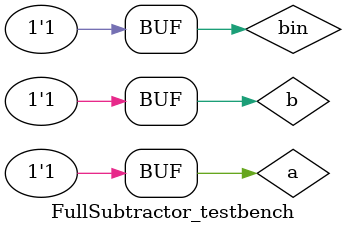
<source format=v>
`timescale 1ns / 1ps


module FullSubtractor_testbench;
reg a,b,bin;
wire diff,bout;
FullSubtractor_design uut(a,b,bin,diff,bout);
    initial begin
        a=1'b0; b=1'b0; bin=1'b0; #10;
        a=1'b0; b=1'b0; bin=1'b1; #10;
        a=1'b0; b=1'b1; bin=1'b0; #10;
        a=1'b0; b=1'b1; bin=1'b1; #10;
        a=1'b1; b=1'b0; bin=1'b0; #10;
        a=1'b1; b=1'b0; bin=1'b1; #10;
        a=1'b1; b=1'b1; bin=1'b0; #10;
        a=1'b1; b=1'b1; bin=1'b1; #10;
    end
endmodule

</source>
